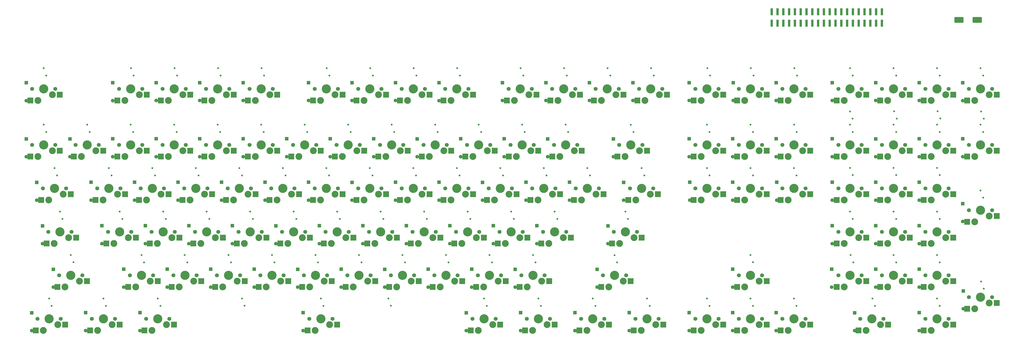
<source format=gbr>
G04 #@! TF.GenerationSoftware,KiCad,Pcbnew,(5.1.10)-1*
G04 #@! TF.CreationDate,2022-01-18T01:05:11+10:00*
G04 #@! TF.ProjectId,RedPyKeeb_mainboard,52656450-794b-4656-9562-5f6d61696e62,rev?*
G04 #@! TF.SameCoordinates,Original*
G04 #@! TF.FileFunction,Soldermask,Bot*
G04 #@! TF.FilePolarity,Negative*
%FSLAX46Y46*%
G04 Gerber Fmt 4.6, Leading zero omitted, Abs format (unit mm)*
G04 Created by KiCad (PCBNEW (5.1.10)-1) date 2022-01-18 01:05:11*
%MOMM*%
%LPD*%
G01*
G04 APERTURE LIST*
%ADD10R,1.000000X3.150000*%
%ADD11C,0.800000*%
%ADD12C,1.600000*%
%ADD13R,1.600000X1.600000*%
%ADD14R,2.550000X2.500000*%
%ADD15C,1.750000*%
%ADD16C,4.000000*%
%ADD17C,3.000000*%
G04 APERTURE END LIST*
D10*
X387451600Y-21795500D03*
X387451600Y-26845500D03*
X392531600Y-26845260D03*
X389991600Y-26845500D03*
X389991600Y-21795500D03*
X384911600Y-21795500D03*
X379831600Y-21795500D03*
X382371600Y-21795500D03*
X384911600Y-26845500D03*
X392531600Y-21795500D03*
X372211600Y-21795500D03*
X377291600Y-21795500D03*
X377291600Y-26845500D03*
X374751600Y-26845500D03*
X372211600Y-26845500D03*
X351891600Y-26845500D03*
X364591600Y-26845500D03*
X367131600Y-21795500D03*
X356971600Y-21795500D03*
X354431600Y-26845500D03*
X349351600Y-21795500D03*
X367131600Y-26845500D03*
X364591600Y-21795500D03*
X349351600Y-26845500D03*
X362051600Y-26845500D03*
X369671600Y-21795500D03*
X356971600Y-26845500D03*
X369671600Y-26845500D03*
X359511600Y-21795500D03*
X359511600Y-26845500D03*
X346811600Y-21795500D03*
X346811600Y-26845500D03*
X374751600Y-21795500D03*
X354431600Y-21795500D03*
X351891600Y-21795500D03*
X379831600Y-26845500D03*
X344271600Y-21795500D03*
X344271600Y-26845260D03*
X382371600Y-26845500D03*
X362051600Y-21795500D03*
D11*
X63690500Y-46545500D03*
X64833500Y-49720500D03*
D12*
X93789500Y-60681700D03*
D13*
X93789500Y-52881700D03*
D12*
X74739500Y-60681700D03*
D13*
X74739500Y-52881700D03*
X55689500Y-52932500D03*
D12*
X55689500Y-60732500D03*
D14*
X95758000Y-60642500D03*
X108685000Y-58102500D03*
D15*
X96520000Y-55562500D03*
X106680000Y-55562500D03*
D16*
X101600000Y-55562500D03*
D17*
X99060000Y-60642500D03*
X105410000Y-58102500D03*
D11*
X102933500Y-49720500D03*
X101790500Y-46545500D03*
X121983500Y-49720500D03*
X120840500Y-46545500D03*
D14*
X76708000Y-60642500D03*
X89635000Y-58102500D03*
D15*
X77470000Y-55562500D03*
X87630000Y-55562500D03*
D16*
X82550000Y-55562500D03*
D17*
X80010000Y-60642500D03*
X86360000Y-58102500D03*
D11*
X83883500Y-49720500D03*
X82740500Y-46545500D03*
D12*
X112839500Y-60681700D03*
D13*
X112839500Y-52881700D03*
D14*
X114808000Y-60642500D03*
X127735000Y-58102500D03*
D15*
X115570000Y-55562500D03*
X125730000Y-55562500D03*
D16*
X120650000Y-55562500D03*
D17*
X118110000Y-60642500D03*
X124460000Y-58102500D03*
X67310000Y-58102500D03*
X60960000Y-60642500D03*
D16*
X63500000Y-55562500D03*
D15*
X68580000Y-55562500D03*
X58420000Y-55562500D03*
D14*
X70585000Y-58102500D03*
X57658000Y-60642500D03*
G36*
G01*
X432288700Y-26361900D02*
X432288700Y-24361900D01*
G75*
G02*
X432538700Y-24111900I250000J0D01*
G01*
X436038700Y-24111900D01*
G75*
G02*
X436288700Y-24361900I0J-250000D01*
G01*
X436288700Y-26361900D01*
G75*
G02*
X436038700Y-26611900I-250000J0D01*
G01*
X432538700Y-26611900D01*
G75*
G02*
X432288700Y-26361900I0J250000D01*
G01*
G37*
G36*
G01*
X424288700Y-26361900D02*
X424288700Y-24361900D01*
G75*
G02*
X424538700Y-24111900I250000J0D01*
G01*
X428038700Y-24111900D01*
G75*
G02*
X428288700Y-24361900I0J-250000D01*
G01*
X428288700Y-26361900D01*
G75*
G02*
X428038700Y-26611900I-250000J0D01*
G01*
X424538700Y-26611900D01*
G75*
G02*
X424288700Y-26361900I0J250000D01*
G01*
G37*
X429926750Y-151923750D03*
X442853750Y-149383750D03*
D15*
X430688750Y-146843750D03*
X440848750Y-146843750D03*
D16*
X435768750Y-146843750D03*
D17*
X433228750Y-151923750D03*
X439578750Y-149383750D03*
D11*
X437165750Y-143160750D03*
X436022750Y-139985750D03*
D12*
X428212250Y-151962950D03*
D13*
X428212250Y-144162950D03*
D11*
X417861750Y-150653750D03*
X416718750Y-147478750D03*
D14*
X410876750Y-161448750D03*
X423803750Y-158908750D03*
D15*
X411638750Y-156368750D03*
X421798750Y-156368750D03*
D16*
X416718750Y-156368750D03*
D17*
X414178750Y-161448750D03*
X420528750Y-158908750D03*
D12*
X408908250Y-161487950D03*
D13*
X408908250Y-153687950D03*
D11*
X417861750Y-131603750D03*
X416718750Y-128428750D03*
D14*
X410876750Y-142398750D03*
X423803750Y-139858750D03*
D15*
X411638750Y-137318750D03*
X421798750Y-137318750D03*
D16*
X416718750Y-137318750D03*
D17*
X414178750Y-142398750D03*
X420528750Y-139858750D03*
D12*
X408908250Y-142437950D03*
D13*
X408908250Y-134637950D03*
D14*
X391826750Y-142398750D03*
X404753750Y-139858750D03*
D15*
X392588750Y-137318750D03*
X402748750Y-137318750D03*
D16*
X397668750Y-137318750D03*
D17*
X395128750Y-142398750D03*
X401478750Y-139858750D03*
D12*
X389858250Y-142437950D03*
D13*
X389858250Y-134637950D03*
D11*
X398811750Y-131603750D03*
X397668750Y-128428750D03*
X417861750Y-112553750D03*
X416718750Y-109378750D03*
D14*
X410876750Y-123348750D03*
X423803750Y-120808750D03*
D15*
X411638750Y-118268750D03*
X421798750Y-118268750D03*
D16*
X416718750Y-118268750D03*
D17*
X414178750Y-123348750D03*
X420528750Y-120808750D03*
D12*
X408908250Y-123387950D03*
D13*
X408908250Y-115587950D03*
D11*
X398811750Y-112553750D03*
X397668750Y-109378750D03*
D14*
X391826750Y-123348750D03*
X404753750Y-120808750D03*
D15*
X392588750Y-118268750D03*
X402748750Y-118268750D03*
D16*
X397668750Y-118268750D03*
D17*
X395128750Y-123348750D03*
X401478750Y-120808750D03*
D12*
X389858250Y-123387950D03*
D13*
X389858250Y-115587950D03*
D11*
X389540750Y-150653750D03*
X388397750Y-147478750D03*
D14*
X382301750Y-161448750D03*
X395228750Y-158908750D03*
D15*
X383063750Y-156368750D03*
X393223750Y-156368750D03*
D16*
X388143750Y-156368750D03*
D17*
X385603750Y-161448750D03*
X391953750Y-158908750D03*
D12*
X380587250Y-161538750D03*
D13*
X380587250Y-153738750D03*
D14*
X372776750Y-142398750D03*
X385703750Y-139858750D03*
D15*
X373538750Y-137318750D03*
X383698750Y-137318750D03*
D16*
X378618750Y-137318750D03*
D17*
X376078750Y-142398750D03*
X382428750Y-139858750D03*
D11*
X380015750Y-131603750D03*
X378872750Y-128428750D03*
D12*
X370554250Y-142437950D03*
D13*
X370554250Y-134637950D03*
D14*
X372776750Y-123348750D03*
X385703750Y-120808750D03*
D15*
X373538750Y-118268750D03*
X383698750Y-118268750D03*
D16*
X378618750Y-118268750D03*
D17*
X376078750Y-123348750D03*
X382428750Y-120808750D03*
D11*
X379761750Y-112553750D03*
X378618750Y-109378750D03*
D12*
X370808250Y-123387950D03*
D13*
X370808250Y-115587950D03*
D11*
X436911750Y-103282750D03*
X435768750Y-100107750D03*
D14*
X429926750Y-113823750D03*
X442853750Y-111283750D03*
D15*
X430688750Y-108743750D03*
X440848750Y-108743750D03*
D16*
X435768750Y-108743750D03*
D17*
X433228750Y-113823750D03*
X439578750Y-111283750D03*
D12*
X427958250Y-113659750D03*
D13*
X427958250Y-105859750D03*
D11*
X417861750Y-93402150D03*
X416718750Y-90227150D03*
D14*
X410876750Y-104298750D03*
X423803750Y-101758750D03*
D15*
X411638750Y-99218750D03*
X421798750Y-99218750D03*
D16*
X416718750Y-99218750D03*
D17*
X414178750Y-104298750D03*
X420528750Y-101758750D03*
D12*
X408908250Y-104337950D03*
D13*
X408908250Y-96537950D03*
D14*
X391826750Y-104298750D03*
X404753750Y-101758750D03*
D15*
X392588750Y-99218750D03*
X402748750Y-99218750D03*
D16*
X397668750Y-99218750D03*
D17*
X395128750Y-104298750D03*
X401478750Y-101758750D03*
D11*
X398811750Y-93402150D03*
X397668750Y-90227150D03*
D12*
X389858250Y-104337950D03*
D13*
X389858250Y-96537950D03*
D14*
X372776750Y-104298750D03*
X385703750Y-101758750D03*
D15*
X373538750Y-99218750D03*
X383698750Y-99218750D03*
D16*
X378618750Y-99218750D03*
D17*
X376078750Y-104298750D03*
X382428750Y-101758750D03*
D12*
X370808250Y-104337950D03*
D13*
X370808250Y-96537950D03*
D11*
X379761750Y-93402150D03*
X378618750Y-90227150D03*
X436911750Y-74453750D03*
X435768750Y-71278750D03*
D12*
X427958250Y-85287950D03*
D13*
X427958250Y-77487950D03*
D14*
X429926750Y-85248750D03*
X442853750Y-82708750D03*
D15*
X430688750Y-80168750D03*
X440848750Y-80168750D03*
D16*
X435768750Y-80168750D03*
D17*
X433228750Y-85248750D03*
X439578750Y-82708750D03*
D14*
X410876750Y-85248750D03*
X423803750Y-82708750D03*
D15*
X411638750Y-80168750D03*
X421798750Y-80168750D03*
D16*
X416718750Y-80168750D03*
D17*
X414178750Y-85248750D03*
X420528750Y-82708750D03*
D11*
X417861750Y-74466450D03*
X416718750Y-71291450D03*
D12*
X408908250Y-85287950D03*
D13*
X408908250Y-77487950D03*
D17*
X401478750Y-82708750D03*
X395128750Y-85248750D03*
D16*
X397668750Y-80168750D03*
D15*
X402748750Y-80168750D03*
X392588750Y-80168750D03*
D14*
X404753750Y-82708750D03*
X391826750Y-85248750D03*
D11*
X397668750Y-71278750D03*
X398811750Y-74453750D03*
D13*
X389858250Y-77538750D03*
D12*
X389858250Y-85338750D03*
D14*
X372776750Y-85248750D03*
X385703750Y-82708750D03*
D15*
X373538750Y-80168750D03*
X383698750Y-80168750D03*
D16*
X378618750Y-80168750D03*
D17*
X376078750Y-85248750D03*
X382428750Y-82708750D03*
D12*
X370808250Y-85287950D03*
D13*
X370808250Y-77487950D03*
D11*
X379761750Y-74453750D03*
X378618750Y-71278750D03*
D14*
X429926750Y-60642500D03*
X442853750Y-58102500D03*
D15*
X430688750Y-55562500D03*
X440848750Y-55562500D03*
D16*
X435768750Y-55562500D03*
D17*
X433228750Y-60642500D03*
X439578750Y-58102500D03*
D11*
X436911750Y-49733200D03*
X435768750Y-46558200D03*
X437165750Y-68643500D03*
X436022750Y-65468500D03*
D12*
X427958250Y-60732500D03*
D13*
X427958250Y-52932500D03*
D11*
X418115750Y-68592700D03*
X416972750Y-65417700D03*
X417849050Y-49733200D03*
X416706050Y-46558200D03*
D14*
X410876750Y-60642500D03*
X423803750Y-58102500D03*
D15*
X411638750Y-55562500D03*
X421798750Y-55562500D03*
D16*
X416718750Y-55562500D03*
D17*
X414178750Y-60642500D03*
X420528750Y-58102500D03*
D12*
X408908250Y-60681700D03*
D13*
X408908250Y-52881700D03*
D11*
X399065750Y-68605400D03*
X397922750Y-65430400D03*
X398799050Y-49745900D03*
X397656050Y-46570900D03*
D17*
X401478750Y-58102500D03*
X395128750Y-60642500D03*
D16*
X397668750Y-55562500D03*
D15*
X402748750Y-55562500D03*
X392588750Y-55562500D03*
D14*
X404753750Y-58102500D03*
X391826750Y-60642500D03*
D12*
X389858250Y-60694400D03*
D13*
X389858250Y-52894400D03*
D11*
X378606050Y-46558200D03*
X379749050Y-49733200D03*
D17*
X382428750Y-58102500D03*
X376078750Y-60642500D03*
D16*
X378618750Y-55562500D03*
D15*
X383698750Y-55562500D03*
X373538750Y-55562500D03*
D14*
X385703750Y-58102500D03*
X372776750Y-60642500D03*
D13*
X308102000Y-52881700D03*
D12*
X308102000Y-60681700D03*
D17*
X319722500Y-58102500D03*
X313372500Y-60642500D03*
D16*
X315912500Y-55562500D03*
D15*
X320992500Y-55562500D03*
X310832500Y-55562500D03*
D14*
X322997500Y-58102500D03*
X310070500Y-60642500D03*
D11*
X316103000Y-46545500D03*
X317246000Y-49720500D03*
D14*
X329120500Y-85248750D03*
X342047500Y-82708750D03*
D15*
X329882500Y-80168750D03*
X340042500Y-80168750D03*
D16*
X334962500Y-80168750D03*
D17*
X332422500Y-85248750D03*
X338772500Y-82708750D03*
D11*
X315912500Y-71278750D03*
X317055500Y-74453750D03*
D17*
X319722500Y-82708750D03*
X313372500Y-85248750D03*
D16*
X315912500Y-80168750D03*
D15*
X320992500Y-80168750D03*
X310832500Y-80168750D03*
D14*
X322997500Y-82708750D03*
X310070500Y-85248750D03*
D13*
X308102000Y-77487950D03*
D12*
X308102000Y-85287950D03*
D11*
X336105500Y-74453750D03*
X334962500Y-71278750D03*
X378555250Y-65468500D03*
X379698250Y-68643500D03*
D13*
X370808250Y-52881700D03*
D12*
X370808250Y-60681700D03*
D17*
X357822500Y-58102500D03*
X351472500Y-60642500D03*
D16*
X354012500Y-55562500D03*
D15*
X359092500Y-55562500D03*
X348932500Y-55562500D03*
D14*
X361097500Y-58102500D03*
X348170500Y-60642500D03*
D11*
X354203000Y-46545500D03*
X355346000Y-49720500D03*
D17*
X338772500Y-58102500D03*
X332422500Y-60642500D03*
D16*
X334962500Y-55562500D03*
D15*
X340042500Y-55562500D03*
X329882500Y-55562500D03*
D14*
X342047500Y-58102500D03*
X329120500Y-60642500D03*
D11*
X335153000Y-46545500D03*
X336296000Y-49720500D03*
D13*
X327406000Y-52881700D03*
D12*
X327406000Y-60681700D03*
D17*
X357822500Y-158908750D03*
X351472500Y-161448750D03*
D16*
X354012500Y-156368750D03*
D15*
X359092500Y-156368750D03*
X348932500Y-156368750D03*
D14*
X361097500Y-158908750D03*
X348170500Y-161448750D03*
D11*
X354012500Y-147478750D03*
X355155500Y-150653750D03*
D13*
X346202000Y-153687950D03*
D12*
X346202000Y-161487950D03*
D13*
X327152000Y-134637950D03*
D12*
X327152000Y-142437950D03*
D11*
X334962500Y-128377950D03*
X336105500Y-131552950D03*
D17*
X338772500Y-139858750D03*
X332422500Y-142398750D03*
D16*
X334962500Y-137318750D03*
D15*
X340042500Y-137318750D03*
X329882500Y-137318750D03*
D14*
X342047500Y-139858750D03*
X329120500Y-142398750D03*
X329120500Y-161448750D03*
X342047500Y-158908750D03*
D15*
X329882500Y-156368750D03*
X340042500Y-156368750D03*
D16*
X334962500Y-156368750D03*
D17*
X332422500Y-161448750D03*
X338772500Y-158908750D03*
D12*
X327152000Y-161487950D03*
D13*
X327152000Y-153687950D03*
D14*
X310070500Y-104298750D03*
X322997500Y-101758750D03*
D15*
X310832500Y-99218750D03*
X320992500Y-99218750D03*
D16*
X315912500Y-99218750D03*
D17*
X313372500Y-104298750D03*
X319722500Y-101758750D03*
X319722500Y-158908750D03*
X313372500Y-161448750D03*
D16*
X315912500Y-156368750D03*
D15*
X320992500Y-156368750D03*
X310832500Y-156368750D03*
D14*
X322997500Y-158908750D03*
X310070500Y-161448750D03*
D11*
X334962500Y-90328750D03*
X336105500Y-93503750D03*
X354090700Y-71304150D03*
X355233700Y-74479150D03*
D12*
X308356000Y-104337950D03*
D13*
X308356000Y-96537950D03*
D11*
X317055500Y-93503750D03*
X315912500Y-90328750D03*
D12*
X346456000Y-104337950D03*
D13*
X346456000Y-96537950D03*
X346202000Y-77487950D03*
D12*
X346202000Y-85287950D03*
D13*
X346202000Y-52881700D03*
D12*
X346202000Y-60681700D03*
D13*
X308102000Y-153687950D03*
D12*
X308102000Y-161487950D03*
D17*
X338772500Y-101758750D03*
X332422500Y-104298750D03*
D16*
X334962500Y-99218750D03*
D15*
X340042500Y-99218750D03*
X329882500Y-99218750D03*
D14*
X342047500Y-101758750D03*
X329120500Y-104298750D03*
D17*
X357822500Y-82708750D03*
X351472500Y-85248750D03*
D16*
X354012500Y-80168750D03*
D15*
X359092500Y-80168750D03*
X348932500Y-80168750D03*
D14*
X361097500Y-82708750D03*
X348170500Y-85248750D03*
D11*
X355155500Y-93503750D03*
X354012500Y-90328750D03*
D13*
X327152000Y-96537950D03*
D12*
X327152000Y-104337950D03*
D11*
X315912500Y-147478750D03*
X317055500Y-150653750D03*
D14*
X348170500Y-104298750D03*
X361097500Y-101758750D03*
D15*
X348932500Y-99218750D03*
X359092500Y-99218750D03*
D16*
X354012500Y-99218750D03*
D17*
X351472500Y-104298750D03*
X357822500Y-101758750D03*
D11*
X336105500Y-150653750D03*
X334962500Y-147478750D03*
D12*
X327152000Y-85287950D03*
D13*
X327152000Y-77487950D03*
D14*
X283876750Y-161448750D03*
X296803750Y-158908750D03*
D15*
X284638750Y-156368750D03*
X294798750Y-156368750D03*
D16*
X289718750Y-156368750D03*
D17*
X287178750Y-161448750D03*
X293528750Y-158908750D03*
D12*
X281908250Y-161487950D03*
D13*
X281908250Y-153687950D03*
D11*
X290861750Y-150653750D03*
X289718750Y-147478750D03*
D14*
X260064250Y-161448750D03*
X272991250Y-158908750D03*
D15*
X260826250Y-156368750D03*
X270986250Y-156368750D03*
D16*
X265906250Y-156368750D03*
D17*
X263366250Y-161448750D03*
X269716250Y-158908750D03*
D12*
X258095750Y-161487950D03*
D13*
X258095750Y-153687950D03*
D11*
X267049250Y-150653750D03*
X265906250Y-147478750D03*
D14*
X236251750Y-161448750D03*
X249178750Y-158908750D03*
D15*
X237013750Y-156368750D03*
X247173750Y-156368750D03*
D16*
X242093750Y-156368750D03*
D17*
X239553750Y-161448750D03*
X245903750Y-158908750D03*
D12*
X234283250Y-161487950D03*
D13*
X234283250Y-153687950D03*
D11*
X243236750Y-150653750D03*
X242093750Y-147478750D03*
D12*
X210496150Y-161551450D03*
D13*
X210496150Y-153751450D03*
D14*
X212439250Y-161448750D03*
X225366250Y-158908750D03*
D15*
X213201250Y-156368750D03*
X223361250Y-156368750D03*
D16*
X218281250Y-156368750D03*
D17*
X215741250Y-161448750D03*
X222091250Y-158908750D03*
D11*
X219449650Y-150653750D03*
X218306650Y-147478750D03*
X147986750Y-150653750D03*
X146843750Y-147478750D03*
X113417350Y-150641050D03*
X112274350Y-147466050D03*
D12*
X139033250Y-161487950D03*
D13*
X139033250Y-153687950D03*
D11*
X177514250Y-150628350D03*
X176371250Y-147453350D03*
D14*
X141001750Y-161448750D03*
X153928750Y-158908750D03*
D15*
X141763750Y-156368750D03*
X151923750Y-156368750D03*
D16*
X146843750Y-156368750D03*
D17*
X144303750Y-161448750D03*
X150653750Y-158908750D03*
D11*
X76549250Y-150653750D03*
X75406250Y-147478750D03*
D12*
X67595750Y-161487950D03*
D13*
X67595750Y-153687950D03*
D14*
X69564250Y-161448750D03*
X82491250Y-158908750D03*
D15*
X70326250Y-156368750D03*
X80486250Y-156368750D03*
D16*
X75406250Y-156368750D03*
D17*
X72866250Y-161448750D03*
X79216250Y-158908750D03*
D11*
X52736750Y-150653750D03*
X51593750Y-147478750D03*
D12*
X43783250Y-161487950D03*
D13*
X43783250Y-153687950D03*
D14*
X45751750Y-161448750D03*
X58678750Y-158908750D03*
D15*
X46513750Y-156368750D03*
X56673750Y-156368750D03*
D16*
X51593750Y-156368750D03*
D17*
X49053750Y-161448750D03*
X55403750Y-158908750D03*
D14*
X269589250Y-142398750D03*
X282516250Y-139858750D03*
D15*
X270351250Y-137318750D03*
X280511250Y-137318750D03*
D16*
X275431250Y-137318750D03*
D17*
X272891250Y-142398750D03*
X279241250Y-139858750D03*
D12*
X267811250Y-142488750D03*
D13*
X267811250Y-134688750D03*
D11*
X276574250Y-131654550D03*
X275431250Y-128479550D03*
D14*
X233870500Y-142398750D03*
X246797500Y-139858750D03*
D15*
X234632500Y-137318750D03*
X244792500Y-137318750D03*
D16*
X239712500Y-137318750D03*
D17*
X237172500Y-142398750D03*
X243522500Y-139858750D03*
D12*
X231902000Y-142488750D03*
D13*
X231902000Y-134688750D03*
D11*
X240855500Y-131603750D03*
X239712500Y-128428750D03*
D12*
X212852000Y-142437950D03*
D13*
X212852000Y-134637950D03*
D14*
X214820500Y-142398750D03*
X227747500Y-139858750D03*
D15*
X215582500Y-137318750D03*
X225742500Y-137318750D03*
D16*
X220662500Y-137318750D03*
D17*
X218122500Y-142398750D03*
X224472500Y-139858750D03*
D11*
X221805500Y-131603750D03*
X220662500Y-128428750D03*
D12*
X193802000Y-142437950D03*
D13*
X193802000Y-134637950D03*
D14*
X195770500Y-142398750D03*
X208697500Y-139858750D03*
D15*
X196532500Y-137318750D03*
X206692500Y-137318750D03*
D16*
X201612500Y-137318750D03*
D17*
X199072500Y-142398750D03*
X205422500Y-139858750D03*
D11*
X202755500Y-131603750D03*
X201612500Y-128428750D03*
D12*
X174752000Y-142488750D03*
D13*
X174752000Y-134688750D03*
D14*
X176720500Y-142398750D03*
X189647500Y-139858750D03*
D15*
X177482500Y-137318750D03*
X187642500Y-137318750D03*
D16*
X182562500Y-137318750D03*
D17*
X180022500Y-142398750D03*
X186372500Y-139858750D03*
D11*
X183705500Y-131603750D03*
X182562500Y-128428750D03*
D12*
X155702000Y-142437950D03*
D13*
X155702000Y-134637950D03*
D14*
X157670500Y-142398750D03*
X170597500Y-139858750D03*
D15*
X158432500Y-137318750D03*
X168592500Y-137318750D03*
D16*
X163512500Y-137318750D03*
D17*
X160972500Y-142398750D03*
X167322500Y-139858750D03*
D11*
X164655500Y-131603750D03*
X163512500Y-128428750D03*
D12*
X136652000Y-142488750D03*
D13*
X136652000Y-134688750D03*
D14*
X138620500Y-142398750D03*
X151547500Y-139858750D03*
D15*
X139382500Y-137318750D03*
X149542500Y-137318750D03*
D16*
X144462500Y-137318750D03*
D17*
X141922500Y-142398750D03*
X148272500Y-139858750D03*
D11*
X145605500Y-131603750D03*
X144462500Y-128428750D03*
D12*
X117602000Y-142437950D03*
D13*
X117602000Y-134637950D03*
D14*
X119570500Y-142398750D03*
X132497500Y-139858750D03*
D15*
X120332500Y-137318750D03*
X130492500Y-137318750D03*
D16*
X125412500Y-137318750D03*
D17*
X122872500Y-142398750D03*
X129222500Y-139858750D03*
D11*
X126555500Y-131603750D03*
X125412500Y-128428750D03*
X107505500Y-131603750D03*
X106362500Y-128428750D03*
D12*
X98552000Y-142437950D03*
D13*
X98552000Y-134637950D03*
D14*
X100520500Y-142398750D03*
X113447500Y-139858750D03*
D15*
X101282500Y-137318750D03*
X111442500Y-137318750D03*
D16*
X106362500Y-137318750D03*
D17*
X103822500Y-142398750D03*
X110172500Y-139858750D03*
D11*
X88315500Y-131603750D03*
X87172500Y-128428750D03*
D12*
X79502000Y-142437950D03*
D13*
X79502000Y-134637950D03*
D14*
X81470500Y-142398750D03*
X94397500Y-139858750D03*
D15*
X82232500Y-137318750D03*
X92392500Y-137318750D03*
D16*
X87312500Y-137318750D03*
D17*
X84772500Y-142398750D03*
X91122500Y-139858750D03*
D11*
X69405500Y-131603750D03*
X68262500Y-128428750D03*
D12*
X60452000Y-142437950D03*
D13*
X60452000Y-134637950D03*
D14*
X62420500Y-142398750D03*
X75347500Y-139858750D03*
D15*
X63182500Y-137318750D03*
X73342500Y-137318750D03*
D16*
X68262500Y-137318750D03*
D17*
X65722500Y-142398750D03*
X72072500Y-139858750D03*
D14*
X274351750Y-123348750D03*
X287278750Y-120808750D03*
D15*
X275113750Y-118268750D03*
X285273750Y-118268750D03*
D16*
X280193750Y-118268750D03*
D17*
X277653750Y-123348750D03*
X284003750Y-120808750D03*
D12*
X272573750Y-123438750D03*
D13*
X272573750Y-115638750D03*
D11*
X281311350Y-112566450D03*
X280168350Y-109391450D03*
D14*
X243395500Y-123348750D03*
X256322500Y-120808750D03*
D15*
X244157500Y-118268750D03*
X254317500Y-118268750D03*
D16*
X249237500Y-118268750D03*
D17*
X246697500Y-123348750D03*
X253047500Y-120808750D03*
D12*
X241427000Y-123387950D03*
D13*
X241427000Y-115587950D03*
D11*
X250380500Y-112553750D03*
X249237500Y-109378750D03*
D14*
X224345500Y-123348750D03*
X237272500Y-120808750D03*
D15*
X225107500Y-118268750D03*
X235267500Y-118268750D03*
D16*
X230187500Y-118268750D03*
D17*
X227647500Y-123348750D03*
X233997500Y-120808750D03*
D12*
X222377000Y-123387950D03*
D13*
X222377000Y-115587950D03*
D11*
X231330500Y-112553750D03*
X230187500Y-109378750D03*
D12*
X203327000Y-123387950D03*
D13*
X203327000Y-115587950D03*
D14*
X205295500Y-123348750D03*
X218222500Y-120808750D03*
D15*
X206057500Y-118268750D03*
X216217500Y-118268750D03*
D16*
X211137500Y-118268750D03*
D17*
X208597500Y-123348750D03*
X214947500Y-120808750D03*
D11*
X212280500Y-112553750D03*
X211137500Y-109378750D03*
D12*
X184277000Y-123387950D03*
D13*
X184277000Y-115587950D03*
D14*
X186245500Y-123348750D03*
X199172500Y-120808750D03*
D15*
X187007500Y-118268750D03*
X197167500Y-118268750D03*
D16*
X192087500Y-118268750D03*
D17*
X189547500Y-123348750D03*
X195897500Y-120808750D03*
D11*
X193230500Y-112553750D03*
X192087500Y-109378750D03*
D12*
X165227000Y-123387950D03*
D13*
X165227000Y-115587950D03*
D14*
X167195500Y-123348750D03*
X180122500Y-120808750D03*
D15*
X167957500Y-118268750D03*
X178117500Y-118268750D03*
D16*
X173037500Y-118268750D03*
D17*
X170497500Y-123348750D03*
X176847500Y-120808750D03*
D11*
X174180500Y-112553750D03*
X173037500Y-109378750D03*
D12*
X146177000Y-123387950D03*
D13*
X146177000Y-115587950D03*
D14*
X148145500Y-123348750D03*
X161072500Y-120808750D03*
D15*
X148907500Y-118268750D03*
X159067500Y-118268750D03*
D16*
X153987500Y-118268750D03*
D17*
X151447500Y-123348750D03*
X157797500Y-120808750D03*
D11*
X155130500Y-112553750D03*
X153987500Y-109378750D03*
D12*
X127127000Y-123438750D03*
D13*
X127127000Y-115638750D03*
D14*
X129095500Y-123348750D03*
X142022500Y-120808750D03*
D15*
X129857500Y-118268750D03*
X140017500Y-118268750D03*
D16*
X134937500Y-118268750D03*
D17*
X132397500Y-123348750D03*
X138747500Y-120808750D03*
D11*
X136080500Y-112553750D03*
X134937500Y-109378750D03*
D12*
X108077000Y-123387950D03*
D13*
X108077000Y-115587950D03*
D14*
X110045500Y-123348750D03*
X122972500Y-120808750D03*
D15*
X110807500Y-118268750D03*
X120967500Y-118268750D03*
D16*
X115887500Y-118268750D03*
D17*
X113347500Y-123348750D03*
X119697500Y-120808750D03*
D11*
X117030500Y-112553750D03*
X115887500Y-109378750D03*
X97980500Y-112553750D03*
X96837500Y-109378750D03*
D12*
X89027000Y-123387950D03*
D13*
X89027000Y-115587950D03*
D14*
X90995500Y-123348750D03*
X103922500Y-120808750D03*
D15*
X91757500Y-118268750D03*
X101917500Y-118268750D03*
D16*
X96837500Y-118268750D03*
D17*
X94297500Y-123348750D03*
X100647500Y-120808750D03*
D11*
X78930500Y-112553750D03*
X77787500Y-109378750D03*
D12*
X69977000Y-123387950D03*
D13*
X69977000Y-115587950D03*
D14*
X71945500Y-123348750D03*
X84872500Y-120808750D03*
D15*
X72707500Y-118268750D03*
X82867500Y-118268750D03*
D16*
X77787500Y-118268750D03*
D17*
X75247500Y-123348750D03*
X81597500Y-120808750D03*
D11*
X59880500Y-112553750D03*
X58737500Y-109378750D03*
D12*
X50927000Y-123387950D03*
D13*
X50927000Y-115587950D03*
D14*
X52895500Y-123348750D03*
X65822500Y-120808750D03*
D15*
X53657500Y-118268750D03*
X63817500Y-118268750D03*
D16*
X58737500Y-118268750D03*
D17*
X56197500Y-123348750D03*
X62547500Y-120808750D03*
D14*
X281495500Y-104298750D03*
X294422500Y-101758750D03*
D15*
X282257500Y-99218750D03*
X292417500Y-99218750D03*
D16*
X287337500Y-99218750D03*
D17*
X284797500Y-104298750D03*
X291147500Y-101758750D03*
D12*
X279400000Y-104388750D03*
D13*
X279400000Y-96588750D03*
D11*
X288467800Y-93516450D03*
X287324800Y-90341450D03*
D14*
X257683000Y-104298750D03*
X270610000Y-101758750D03*
D15*
X258445000Y-99218750D03*
X268605000Y-99218750D03*
D16*
X263525000Y-99218750D03*
D17*
X260985000Y-104298750D03*
X267335000Y-101758750D03*
D12*
X255714500Y-104337950D03*
D13*
X255714500Y-96537950D03*
D11*
X264668000Y-93503750D03*
X263525000Y-90328750D03*
D14*
X238633000Y-104298750D03*
X251560000Y-101758750D03*
D15*
X239395000Y-99218750D03*
X249555000Y-99218750D03*
D16*
X244475000Y-99218750D03*
D17*
X241935000Y-104298750D03*
X248285000Y-101758750D03*
D12*
X236664500Y-104337950D03*
D13*
X236664500Y-96537950D03*
D11*
X245618000Y-93503750D03*
X244475000Y-90328750D03*
D14*
X219583000Y-104298750D03*
X232510000Y-101758750D03*
D15*
X220345000Y-99218750D03*
X230505000Y-99218750D03*
D16*
X225425000Y-99218750D03*
D17*
X222885000Y-104298750D03*
X229235000Y-101758750D03*
D12*
X217614500Y-104388750D03*
D13*
X217614500Y-96588750D03*
D11*
X226568000Y-93503750D03*
X225425000Y-90328750D03*
D12*
X198564500Y-104337950D03*
D13*
X198564500Y-96537950D03*
D14*
X200533000Y-104298750D03*
X213460000Y-101758750D03*
D15*
X201295000Y-99218750D03*
X211455000Y-99218750D03*
D16*
X206375000Y-99218750D03*
D17*
X203835000Y-104298750D03*
X210185000Y-101758750D03*
D11*
X207518000Y-93503750D03*
X206375000Y-90328750D03*
D12*
X179514500Y-104337950D03*
D13*
X179514500Y-96537950D03*
D14*
X181483000Y-104298750D03*
X194410000Y-101758750D03*
D15*
X182245000Y-99218750D03*
X192405000Y-99218750D03*
D16*
X187325000Y-99218750D03*
D17*
X184785000Y-104298750D03*
X191135000Y-101758750D03*
D11*
X188468000Y-93503750D03*
X187325000Y-90328750D03*
D12*
X160464500Y-104388750D03*
D13*
X160464500Y-96588750D03*
D14*
X162433000Y-104298750D03*
X175360000Y-101758750D03*
D15*
X163195000Y-99218750D03*
X173355000Y-99218750D03*
D16*
X168275000Y-99218750D03*
D17*
X165735000Y-104298750D03*
X172085000Y-101758750D03*
D11*
X169418000Y-93503750D03*
X168275000Y-90328750D03*
D12*
X141414500Y-104337950D03*
D13*
X141414500Y-96537950D03*
D14*
X143383000Y-104298750D03*
X156310000Y-101758750D03*
D15*
X144145000Y-99218750D03*
X154305000Y-99218750D03*
D16*
X149225000Y-99218750D03*
D17*
X146685000Y-104298750D03*
X153035000Y-101758750D03*
D11*
X150368000Y-93503750D03*
X149225000Y-90328750D03*
D12*
X122364500Y-104337950D03*
D13*
X122364500Y-96537950D03*
D14*
X124333000Y-104298750D03*
X137260000Y-101758750D03*
D15*
X125095000Y-99218750D03*
X135255000Y-99218750D03*
D16*
X130175000Y-99218750D03*
D17*
X127635000Y-104298750D03*
X133985000Y-101758750D03*
D11*
X131318000Y-93503750D03*
X130175000Y-90328750D03*
D12*
X103314500Y-104337950D03*
D13*
X103314500Y-96537950D03*
D14*
X105283000Y-104298750D03*
X118210000Y-101758750D03*
D15*
X106045000Y-99218750D03*
X116205000Y-99218750D03*
D16*
X111125000Y-99218750D03*
D17*
X108585000Y-104298750D03*
X114935000Y-101758750D03*
D11*
X112268000Y-93503750D03*
X111125000Y-90328750D03*
X93218000Y-93503750D03*
X92075000Y-90328750D03*
D12*
X84264500Y-104337950D03*
D13*
X84264500Y-96537950D03*
D14*
X86233000Y-104298750D03*
X99160000Y-101758750D03*
D15*
X86995000Y-99218750D03*
X97155000Y-99218750D03*
D16*
X92075000Y-99218750D03*
D17*
X89535000Y-104298750D03*
X95885000Y-101758750D03*
D11*
X74168000Y-93503750D03*
X73025000Y-90328750D03*
D12*
X65214500Y-104337950D03*
D13*
X65214500Y-96537950D03*
D14*
X67183000Y-104298750D03*
X80110000Y-101758750D03*
D15*
X67945000Y-99218750D03*
X78105000Y-99218750D03*
D16*
X73025000Y-99218750D03*
D17*
X70485000Y-104298750D03*
X76835000Y-101758750D03*
D11*
X55118000Y-93503750D03*
X53975000Y-90328750D03*
D12*
X46164500Y-104337950D03*
D13*
X46164500Y-96537950D03*
D14*
X48133000Y-104298750D03*
X61060000Y-101758750D03*
D15*
X48895000Y-99218750D03*
X59055000Y-99218750D03*
D16*
X53975000Y-99218750D03*
D17*
X51435000Y-104298750D03*
X57785000Y-101758750D03*
D12*
X20161250Y-161538750D03*
D13*
X20161250Y-153738750D03*
D11*
X28924250Y-150653750D03*
X27781250Y-147478750D03*
D14*
X21939250Y-161448750D03*
X34866250Y-158908750D03*
D15*
X22701250Y-156368750D03*
X32861250Y-156368750D03*
D16*
X27781250Y-156368750D03*
D17*
X25241250Y-161448750D03*
X31591250Y-158908750D03*
D12*
X29686250Y-142488750D03*
D13*
X29686250Y-134688750D03*
D11*
X38449250Y-131591050D03*
X37306250Y-128416050D03*
D14*
X31464250Y-142398750D03*
X44391250Y-139858750D03*
D15*
X32226250Y-137318750D03*
X42386250Y-137318750D03*
D16*
X37306250Y-137318750D03*
D17*
X34766250Y-142398750D03*
X41116250Y-139858750D03*
D12*
X24885650Y-123464150D03*
D13*
X24885650Y-115664150D03*
D11*
X33648650Y-112579150D03*
X32505650Y-109404150D03*
D14*
X26701750Y-123348750D03*
X39628750Y-120808750D03*
D15*
X27463750Y-118268750D03*
X37623750Y-118268750D03*
D16*
X32543750Y-118268750D03*
D17*
X30003750Y-123348750D03*
X36353750Y-120808750D03*
D11*
X292639750Y-49720500D03*
X291496750Y-46545500D03*
D12*
X245395750Y-60681700D03*
D13*
X245395750Y-52881700D03*
D14*
X285464250Y-60642500D03*
X298391250Y-58102500D03*
D15*
X286226250Y-55562500D03*
X296386250Y-55562500D03*
D16*
X291306250Y-55562500D03*
D17*
X288766250Y-60642500D03*
X295116250Y-58102500D03*
D14*
X266414250Y-60642500D03*
X279341250Y-58102500D03*
D15*
X267176250Y-55562500D03*
X277336250Y-55562500D03*
D16*
X272256250Y-55562500D03*
D17*
X269716250Y-60642500D03*
X276066250Y-58102500D03*
D12*
X226345750Y-60681700D03*
D13*
X226345750Y-52881700D03*
D11*
X235489750Y-49720500D03*
X234346750Y-46545500D03*
D14*
X228314250Y-60642500D03*
X241241250Y-58102500D03*
D15*
X229076250Y-55562500D03*
X239236250Y-55562500D03*
D16*
X234156250Y-55562500D03*
D17*
X231616250Y-60642500D03*
X237966250Y-58102500D03*
D12*
X264445750Y-60681700D03*
D13*
X264445750Y-52881700D03*
D11*
X273589750Y-49720500D03*
X272446750Y-46545500D03*
D14*
X247364250Y-60642500D03*
X260291250Y-58102500D03*
D15*
X248126250Y-55562500D03*
X258286250Y-55562500D03*
D16*
X253206250Y-55562500D03*
D17*
X250666250Y-60642500D03*
X257016250Y-58102500D03*
D12*
X283495750Y-60681700D03*
D13*
X283495750Y-52881700D03*
D11*
X254539750Y-49720500D03*
X253396750Y-46545500D03*
D13*
X198564500Y-52932500D03*
D12*
X198564500Y-60732500D03*
D13*
X141414500Y-52881700D03*
D12*
X141414500Y-60681700D03*
X160464500Y-60681700D03*
D13*
X160464500Y-52881700D03*
D12*
X179514500Y-60681700D03*
D13*
X179514500Y-52881700D03*
D17*
X210185000Y-58102500D03*
X203835000Y-60642500D03*
D16*
X206375000Y-55562500D03*
D15*
X211455000Y-55562500D03*
X201295000Y-55562500D03*
D14*
X213460000Y-58102500D03*
X200533000Y-60642500D03*
X181483000Y-60642500D03*
X194410000Y-58102500D03*
D15*
X182245000Y-55562500D03*
X192405000Y-55562500D03*
D16*
X187325000Y-55562500D03*
D17*
X184785000Y-60642500D03*
X191135000Y-58102500D03*
D14*
X162433000Y-60642500D03*
X175360000Y-58102500D03*
D15*
X163195000Y-55562500D03*
X173355000Y-55562500D03*
D16*
X168275000Y-55562500D03*
D17*
X165735000Y-60642500D03*
X172085000Y-58102500D03*
X153035000Y-58102500D03*
X146685000Y-60642500D03*
D16*
X149225000Y-55562500D03*
D15*
X154305000Y-55562500D03*
X144145000Y-55562500D03*
D14*
X156310000Y-58102500D03*
X143383000Y-60642500D03*
D11*
X169608500Y-49720500D03*
X168465500Y-46545500D03*
X188658500Y-49720500D03*
X187515500Y-46545500D03*
X149415500Y-46545500D03*
X150558500Y-49720500D03*
X206565500Y-46545500D03*
X207708500Y-49720500D03*
X64643000Y-74453750D03*
X63500000Y-71278750D03*
X45593000Y-74453750D03*
X44450000Y-71278750D03*
X82550000Y-71278750D03*
X83693000Y-74453750D03*
D14*
X248158000Y-85248750D03*
X261085000Y-82708750D03*
D15*
X248920000Y-80168750D03*
X259080000Y-80168750D03*
D16*
X254000000Y-80168750D03*
D17*
X251460000Y-85248750D03*
X257810000Y-82708750D03*
D14*
X229108000Y-85248750D03*
X242035000Y-82708750D03*
D15*
X229870000Y-80168750D03*
X240030000Y-80168750D03*
D16*
X234950000Y-80168750D03*
D17*
X232410000Y-85248750D03*
X238760000Y-82708750D03*
D14*
X210058000Y-85248750D03*
X222985000Y-82708750D03*
D15*
X210820000Y-80168750D03*
X220980000Y-80168750D03*
D16*
X215900000Y-80168750D03*
D17*
X213360000Y-85248750D03*
X219710000Y-82708750D03*
D12*
X93789500Y-85287950D03*
D13*
X93789500Y-77487950D03*
D12*
X112839500Y-85287950D03*
D13*
X112839500Y-77487950D03*
D12*
X150939500Y-85287950D03*
D13*
X150939500Y-77487950D03*
D12*
X169989500Y-85287950D03*
D13*
X169989500Y-77487950D03*
D12*
X189039500Y-85338750D03*
D13*
X189039500Y-77538750D03*
D12*
X131889500Y-85287950D03*
D13*
X131889500Y-77487950D03*
X74739500Y-77487950D03*
D12*
X74739500Y-85287950D03*
X36918900Y-85338750D03*
D13*
X36918900Y-77538750D03*
D12*
X17780000Y-85338750D03*
D13*
X17780000Y-77538750D03*
D12*
X55689500Y-85287950D03*
D13*
X55689500Y-77487950D03*
D14*
X24320500Y-104298750D03*
X37247500Y-101758750D03*
D15*
X25082500Y-99218750D03*
X35242500Y-99218750D03*
D16*
X30162500Y-99218750D03*
D17*
X27622500Y-104298750D03*
X33972500Y-101758750D03*
D14*
X276733000Y-85248750D03*
X289660000Y-82708750D03*
D15*
X277495000Y-80168750D03*
X287655000Y-80168750D03*
D16*
X282575000Y-80168750D03*
D17*
X280035000Y-85248750D03*
X286385000Y-82708750D03*
D11*
X26543000Y-74453750D03*
X25400000Y-71278750D03*
D14*
X114808000Y-85248750D03*
X127735000Y-82708750D03*
D15*
X115570000Y-80168750D03*
X125730000Y-80168750D03*
D16*
X120650000Y-80168750D03*
D17*
X118110000Y-85248750D03*
X124460000Y-82708750D03*
D14*
X95758000Y-85248750D03*
X108685000Y-82708750D03*
D15*
X96520000Y-80168750D03*
X106680000Y-80168750D03*
D16*
X101600000Y-80168750D03*
D17*
X99060000Y-85248750D03*
X105410000Y-82708750D03*
D14*
X171958000Y-85248750D03*
X184885000Y-82708750D03*
D15*
X172720000Y-80168750D03*
X182880000Y-80168750D03*
D16*
X177800000Y-80168750D03*
D17*
X175260000Y-85248750D03*
X181610000Y-82708750D03*
D14*
X152908000Y-85248750D03*
X165835000Y-82708750D03*
D15*
X153670000Y-80168750D03*
X163830000Y-80168750D03*
D16*
X158750000Y-80168750D03*
D17*
X156210000Y-85248750D03*
X162560000Y-82708750D03*
X86360000Y-82708750D03*
X80010000Y-85248750D03*
D16*
X82550000Y-80168750D03*
D15*
X87630000Y-80168750D03*
X77470000Y-80168750D03*
D14*
X89635000Y-82708750D03*
X76708000Y-85248750D03*
X191008000Y-85248750D03*
X203935000Y-82708750D03*
D15*
X191770000Y-80168750D03*
X201930000Y-80168750D03*
D16*
X196850000Y-80168750D03*
D17*
X194310000Y-85248750D03*
X200660000Y-82708750D03*
D14*
X133858000Y-85248750D03*
X146785000Y-82708750D03*
D15*
X134620000Y-80168750D03*
X144780000Y-80168750D03*
D16*
X139700000Y-80168750D03*
D17*
X137160000Y-85248750D03*
X143510000Y-82708750D03*
D12*
X208089500Y-85287950D03*
D13*
X208089500Y-77487950D03*
D12*
X227139500Y-85287950D03*
D13*
X227139500Y-77487950D03*
D12*
X274955000Y-85338750D03*
D13*
X274955000Y-77538750D03*
D12*
X246189500Y-85338750D03*
D13*
X246189500Y-77538750D03*
D11*
X236093000Y-74453750D03*
X234950000Y-71278750D03*
X283718000Y-74504550D03*
X282575000Y-71329550D03*
X255143000Y-74453750D03*
X254000000Y-71278750D03*
D14*
X38608000Y-85248750D03*
X51535000Y-82708750D03*
D15*
X39370000Y-80168750D03*
X49530000Y-80168750D03*
D16*
X44450000Y-80168750D03*
D17*
X41910000Y-85248750D03*
X48260000Y-82708750D03*
D14*
X57658000Y-85248750D03*
X70585000Y-82708750D03*
D15*
X58420000Y-80168750D03*
X68580000Y-80168750D03*
D16*
X63500000Y-80168750D03*
D17*
X60960000Y-85248750D03*
X67310000Y-82708750D03*
D14*
X19558000Y-85248750D03*
X32485000Y-82708750D03*
D15*
X20320000Y-80168750D03*
X30480000Y-80168750D03*
D16*
X25400000Y-80168750D03*
D17*
X22860000Y-85248750D03*
X29210000Y-82708750D03*
D11*
X140843000Y-74453750D03*
X139700000Y-71278750D03*
X102743000Y-74453750D03*
X101600000Y-71278750D03*
X121793000Y-74453750D03*
X120650000Y-71278750D03*
X217043000Y-74453750D03*
X215900000Y-71278750D03*
X197993000Y-74453750D03*
X196850000Y-71278750D03*
X159893000Y-74453750D03*
X158750000Y-71278750D03*
X178943000Y-74453750D03*
X177800000Y-71278750D03*
D13*
X17780000Y-52932500D03*
D12*
X17780000Y-60732500D03*
D11*
X25400000Y-46558200D03*
X26543000Y-49733200D03*
D17*
X29210000Y-58102500D03*
X22860000Y-60642500D03*
D16*
X25400000Y-55562500D03*
D15*
X30480000Y-55562500D03*
X20320000Y-55562500D03*
D14*
X32485000Y-58102500D03*
X19558000Y-60642500D03*
D11*
X30175200Y-90335100D03*
X31318200Y-93510100D03*
D13*
X22352000Y-96545400D03*
D12*
X22352000Y-104345400D03*
M02*

</source>
